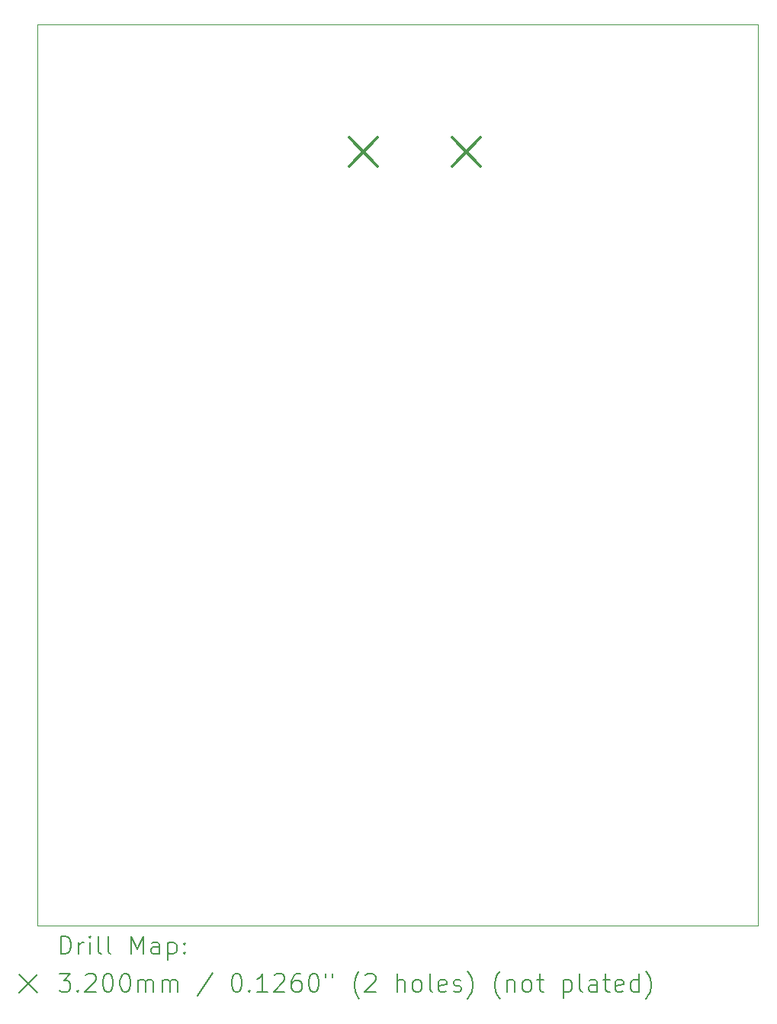
<source format=gbr>
%TF.GenerationSoftware,KiCad,Pcbnew,8.0.1*%
%TF.CreationDate,2024-11-17T22:06:19-05:00*%
%TF.ProjectId,Main_4layer,4d61696e-5f34-46c6-9179-65722e6b6963,0*%
%TF.SameCoordinates,Original*%
%TF.FileFunction,Drillmap*%
%TF.FilePolarity,Positive*%
%FSLAX45Y45*%
G04 Gerber Fmt 4.5, Leading zero omitted, Abs format (unit mm)*
G04 Created by KiCad (PCBNEW 8.0.1) date 2024-11-17 22:06:19*
%MOMM*%
%LPD*%
G01*
G04 APERTURE LIST*
%ADD10C,0.050000*%
%ADD11C,0.200000*%
%ADD12C,0.320000*%
G04 APERTURE END LIST*
D10*
X11282000Y-4517000D02*
X19282000Y-4517000D01*
X19282000Y-14517000D01*
X11282000Y-14517000D01*
X11282000Y-4517000D01*
D11*
D12*
X14739000Y-5770000D02*
X15059000Y-6090000D01*
X15059000Y-5770000D02*
X14739000Y-6090000D01*
X15882000Y-5770000D02*
X16202000Y-6090000D01*
X16202000Y-5770000D02*
X15882000Y-6090000D01*
D11*
X11540277Y-14830984D02*
X11540277Y-14630984D01*
X11540277Y-14630984D02*
X11587896Y-14630984D01*
X11587896Y-14630984D02*
X11616467Y-14640508D01*
X11616467Y-14640508D02*
X11635515Y-14659555D01*
X11635515Y-14659555D02*
X11645039Y-14678603D01*
X11645039Y-14678603D02*
X11654562Y-14716698D01*
X11654562Y-14716698D02*
X11654562Y-14745269D01*
X11654562Y-14745269D02*
X11645039Y-14783365D01*
X11645039Y-14783365D02*
X11635515Y-14802412D01*
X11635515Y-14802412D02*
X11616467Y-14821460D01*
X11616467Y-14821460D02*
X11587896Y-14830984D01*
X11587896Y-14830984D02*
X11540277Y-14830984D01*
X11740277Y-14830984D02*
X11740277Y-14697650D01*
X11740277Y-14735746D02*
X11749801Y-14716698D01*
X11749801Y-14716698D02*
X11759324Y-14707174D01*
X11759324Y-14707174D02*
X11778372Y-14697650D01*
X11778372Y-14697650D02*
X11797420Y-14697650D01*
X11864086Y-14830984D02*
X11864086Y-14697650D01*
X11864086Y-14630984D02*
X11854562Y-14640508D01*
X11854562Y-14640508D02*
X11864086Y-14650031D01*
X11864086Y-14650031D02*
X11873610Y-14640508D01*
X11873610Y-14640508D02*
X11864086Y-14630984D01*
X11864086Y-14630984D02*
X11864086Y-14650031D01*
X11987896Y-14830984D02*
X11968848Y-14821460D01*
X11968848Y-14821460D02*
X11959324Y-14802412D01*
X11959324Y-14802412D02*
X11959324Y-14630984D01*
X12092658Y-14830984D02*
X12073610Y-14821460D01*
X12073610Y-14821460D02*
X12064086Y-14802412D01*
X12064086Y-14802412D02*
X12064086Y-14630984D01*
X12321229Y-14830984D02*
X12321229Y-14630984D01*
X12321229Y-14630984D02*
X12387896Y-14773841D01*
X12387896Y-14773841D02*
X12454562Y-14630984D01*
X12454562Y-14630984D02*
X12454562Y-14830984D01*
X12635515Y-14830984D02*
X12635515Y-14726222D01*
X12635515Y-14726222D02*
X12625991Y-14707174D01*
X12625991Y-14707174D02*
X12606943Y-14697650D01*
X12606943Y-14697650D02*
X12568848Y-14697650D01*
X12568848Y-14697650D02*
X12549801Y-14707174D01*
X12635515Y-14821460D02*
X12616467Y-14830984D01*
X12616467Y-14830984D02*
X12568848Y-14830984D01*
X12568848Y-14830984D02*
X12549801Y-14821460D01*
X12549801Y-14821460D02*
X12540277Y-14802412D01*
X12540277Y-14802412D02*
X12540277Y-14783365D01*
X12540277Y-14783365D02*
X12549801Y-14764317D01*
X12549801Y-14764317D02*
X12568848Y-14754793D01*
X12568848Y-14754793D02*
X12616467Y-14754793D01*
X12616467Y-14754793D02*
X12635515Y-14745269D01*
X12730753Y-14697650D02*
X12730753Y-14897650D01*
X12730753Y-14707174D02*
X12749801Y-14697650D01*
X12749801Y-14697650D02*
X12787896Y-14697650D01*
X12787896Y-14697650D02*
X12806943Y-14707174D01*
X12806943Y-14707174D02*
X12816467Y-14716698D01*
X12816467Y-14716698D02*
X12825991Y-14735746D01*
X12825991Y-14735746D02*
X12825991Y-14792888D01*
X12825991Y-14792888D02*
X12816467Y-14811936D01*
X12816467Y-14811936D02*
X12806943Y-14821460D01*
X12806943Y-14821460D02*
X12787896Y-14830984D01*
X12787896Y-14830984D02*
X12749801Y-14830984D01*
X12749801Y-14830984D02*
X12730753Y-14821460D01*
X12911705Y-14811936D02*
X12921229Y-14821460D01*
X12921229Y-14821460D02*
X12911705Y-14830984D01*
X12911705Y-14830984D02*
X12902182Y-14821460D01*
X12902182Y-14821460D02*
X12911705Y-14811936D01*
X12911705Y-14811936D02*
X12911705Y-14830984D01*
X12911705Y-14707174D02*
X12921229Y-14716698D01*
X12921229Y-14716698D02*
X12911705Y-14726222D01*
X12911705Y-14726222D02*
X12902182Y-14716698D01*
X12902182Y-14716698D02*
X12911705Y-14707174D01*
X12911705Y-14707174D02*
X12911705Y-14726222D01*
X11079500Y-15059500D02*
X11279500Y-15259500D01*
X11279500Y-15059500D02*
X11079500Y-15259500D01*
X11521229Y-15050984D02*
X11645039Y-15050984D01*
X11645039Y-15050984D02*
X11578372Y-15127174D01*
X11578372Y-15127174D02*
X11606943Y-15127174D01*
X11606943Y-15127174D02*
X11625991Y-15136698D01*
X11625991Y-15136698D02*
X11635515Y-15146222D01*
X11635515Y-15146222D02*
X11645039Y-15165269D01*
X11645039Y-15165269D02*
X11645039Y-15212888D01*
X11645039Y-15212888D02*
X11635515Y-15231936D01*
X11635515Y-15231936D02*
X11625991Y-15241460D01*
X11625991Y-15241460D02*
X11606943Y-15250984D01*
X11606943Y-15250984D02*
X11549801Y-15250984D01*
X11549801Y-15250984D02*
X11530753Y-15241460D01*
X11530753Y-15241460D02*
X11521229Y-15231936D01*
X11730753Y-15231936D02*
X11740277Y-15241460D01*
X11740277Y-15241460D02*
X11730753Y-15250984D01*
X11730753Y-15250984D02*
X11721229Y-15241460D01*
X11721229Y-15241460D02*
X11730753Y-15231936D01*
X11730753Y-15231936D02*
X11730753Y-15250984D01*
X11816467Y-15070031D02*
X11825991Y-15060508D01*
X11825991Y-15060508D02*
X11845039Y-15050984D01*
X11845039Y-15050984D02*
X11892658Y-15050984D01*
X11892658Y-15050984D02*
X11911705Y-15060508D01*
X11911705Y-15060508D02*
X11921229Y-15070031D01*
X11921229Y-15070031D02*
X11930753Y-15089079D01*
X11930753Y-15089079D02*
X11930753Y-15108127D01*
X11930753Y-15108127D02*
X11921229Y-15136698D01*
X11921229Y-15136698D02*
X11806943Y-15250984D01*
X11806943Y-15250984D02*
X11930753Y-15250984D01*
X12054562Y-15050984D02*
X12073610Y-15050984D01*
X12073610Y-15050984D02*
X12092658Y-15060508D01*
X12092658Y-15060508D02*
X12102182Y-15070031D01*
X12102182Y-15070031D02*
X12111705Y-15089079D01*
X12111705Y-15089079D02*
X12121229Y-15127174D01*
X12121229Y-15127174D02*
X12121229Y-15174793D01*
X12121229Y-15174793D02*
X12111705Y-15212888D01*
X12111705Y-15212888D02*
X12102182Y-15231936D01*
X12102182Y-15231936D02*
X12092658Y-15241460D01*
X12092658Y-15241460D02*
X12073610Y-15250984D01*
X12073610Y-15250984D02*
X12054562Y-15250984D01*
X12054562Y-15250984D02*
X12035515Y-15241460D01*
X12035515Y-15241460D02*
X12025991Y-15231936D01*
X12025991Y-15231936D02*
X12016467Y-15212888D01*
X12016467Y-15212888D02*
X12006943Y-15174793D01*
X12006943Y-15174793D02*
X12006943Y-15127174D01*
X12006943Y-15127174D02*
X12016467Y-15089079D01*
X12016467Y-15089079D02*
X12025991Y-15070031D01*
X12025991Y-15070031D02*
X12035515Y-15060508D01*
X12035515Y-15060508D02*
X12054562Y-15050984D01*
X12245039Y-15050984D02*
X12264086Y-15050984D01*
X12264086Y-15050984D02*
X12283134Y-15060508D01*
X12283134Y-15060508D02*
X12292658Y-15070031D01*
X12292658Y-15070031D02*
X12302182Y-15089079D01*
X12302182Y-15089079D02*
X12311705Y-15127174D01*
X12311705Y-15127174D02*
X12311705Y-15174793D01*
X12311705Y-15174793D02*
X12302182Y-15212888D01*
X12302182Y-15212888D02*
X12292658Y-15231936D01*
X12292658Y-15231936D02*
X12283134Y-15241460D01*
X12283134Y-15241460D02*
X12264086Y-15250984D01*
X12264086Y-15250984D02*
X12245039Y-15250984D01*
X12245039Y-15250984D02*
X12225991Y-15241460D01*
X12225991Y-15241460D02*
X12216467Y-15231936D01*
X12216467Y-15231936D02*
X12206943Y-15212888D01*
X12206943Y-15212888D02*
X12197420Y-15174793D01*
X12197420Y-15174793D02*
X12197420Y-15127174D01*
X12197420Y-15127174D02*
X12206943Y-15089079D01*
X12206943Y-15089079D02*
X12216467Y-15070031D01*
X12216467Y-15070031D02*
X12225991Y-15060508D01*
X12225991Y-15060508D02*
X12245039Y-15050984D01*
X12397420Y-15250984D02*
X12397420Y-15117650D01*
X12397420Y-15136698D02*
X12406943Y-15127174D01*
X12406943Y-15127174D02*
X12425991Y-15117650D01*
X12425991Y-15117650D02*
X12454563Y-15117650D01*
X12454563Y-15117650D02*
X12473610Y-15127174D01*
X12473610Y-15127174D02*
X12483134Y-15146222D01*
X12483134Y-15146222D02*
X12483134Y-15250984D01*
X12483134Y-15146222D02*
X12492658Y-15127174D01*
X12492658Y-15127174D02*
X12511705Y-15117650D01*
X12511705Y-15117650D02*
X12540277Y-15117650D01*
X12540277Y-15117650D02*
X12559324Y-15127174D01*
X12559324Y-15127174D02*
X12568848Y-15146222D01*
X12568848Y-15146222D02*
X12568848Y-15250984D01*
X12664086Y-15250984D02*
X12664086Y-15117650D01*
X12664086Y-15136698D02*
X12673610Y-15127174D01*
X12673610Y-15127174D02*
X12692658Y-15117650D01*
X12692658Y-15117650D02*
X12721229Y-15117650D01*
X12721229Y-15117650D02*
X12740277Y-15127174D01*
X12740277Y-15127174D02*
X12749801Y-15146222D01*
X12749801Y-15146222D02*
X12749801Y-15250984D01*
X12749801Y-15146222D02*
X12759324Y-15127174D01*
X12759324Y-15127174D02*
X12778372Y-15117650D01*
X12778372Y-15117650D02*
X12806943Y-15117650D01*
X12806943Y-15117650D02*
X12825991Y-15127174D01*
X12825991Y-15127174D02*
X12835515Y-15146222D01*
X12835515Y-15146222D02*
X12835515Y-15250984D01*
X13225991Y-15041460D02*
X13054563Y-15298603D01*
X13483134Y-15050984D02*
X13502182Y-15050984D01*
X13502182Y-15050984D02*
X13521229Y-15060508D01*
X13521229Y-15060508D02*
X13530753Y-15070031D01*
X13530753Y-15070031D02*
X13540277Y-15089079D01*
X13540277Y-15089079D02*
X13549801Y-15127174D01*
X13549801Y-15127174D02*
X13549801Y-15174793D01*
X13549801Y-15174793D02*
X13540277Y-15212888D01*
X13540277Y-15212888D02*
X13530753Y-15231936D01*
X13530753Y-15231936D02*
X13521229Y-15241460D01*
X13521229Y-15241460D02*
X13502182Y-15250984D01*
X13502182Y-15250984D02*
X13483134Y-15250984D01*
X13483134Y-15250984D02*
X13464086Y-15241460D01*
X13464086Y-15241460D02*
X13454563Y-15231936D01*
X13454563Y-15231936D02*
X13445039Y-15212888D01*
X13445039Y-15212888D02*
X13435515Y-15174793D01*
X13435515Y-15174793D02*
X13435515Y-15127174D01*
X13435515Y-15127174D02*
X13445039Y-15089079D01*
X13445039Y-15089079D02*
X13454563Y-15070031D01*
X13454563Y-15070031D02*
X13464086Y-15060508D01*
X13464086Y-15060508D02*
X13483134Y-15050984D01*
X13635515Y-15231936D02*
X13645039Y-15241460D01*
X13645039Y-15241460D02*
X13635515Y-15250984D01*
X13635515Y-15250984D02*
X13625991Y-15241460D01*
X13625991Y-15241460D02*
X13635515Y-15231936D01*
X13635515Y-15231936D02*
X13635515Y-15250984D01*
X13835515Y-15250984D02*
X13721229Y-15250984D01*
X13778372Y-15250984D02*
X13778372Y-15050984D01*
X13778372Y-15050984D02*
X13759325Y-15079555D01*
X13759325Y-15079555D02*
X13740277Y-15098603D01*
X13740277Y-15098603D02*
X13721229Y-15108127D01*
X13911706Y-15070031D02*
X13921229Y-15060508D01*
X13921229Y-15060508D02*
X13940277Y-15050984D01*
X13940277Y-15050984D02*
X13987896Y-15050984D01*
X13987896Y-15050984D02*
X14006944Y-15060508D01*
X14006944Y-15060508D02*
X14016467Y-15070031D01*
X14016467Y-15070031D02*
X14025991Y-15089079D01*
X14025991Y-15089079D02*
X14025991Y-15108127D01*
X14025991Y-15108127D02*
X14016467Y-15136698D01*
X14016467Y-15136698D02*
X13902182Y-15250984D01*
X13902182Y-15250984D02*
X14025991Y-15250984D01*
X14197420Y-15050984D02*
X14159325Y-15050984D01*
X14159325Y-15050984D02*
X14140277Y-15060508D01*
X14140277Y-15060508D02*
X14130753Y-15070031D01*
X14130753Y-15070031D02*
X14111706Y-15098603D01*
X14111706Y-15098603D02*
X14102182Y-15136698D01*
X14102182Y-15136698D02*
X14102182Y-15212888D01*
X14102182Y-15212888D02*
X14111706Y-15231936D01*
X14111706Y-15231936D02*
X14121229Y-15241460D01*
X14121229Y-15241460D02*
X14140277Y-15250984D01*
X14140277Y-15250984D02*
X14178372Y-15250984D01*
X14178372Y-15250984D02*
X14197420Y-15241460D01*
X14197420Y-15241460D02*
X14206944Y-15231936D01*
X14206944Y-15231936D02*
X14216467Y-15212888D01*
X14216467Y-15212888D02*
X14216467Y-15165269D01*
X14216467Y-15165269D02*
X14206944Y-15146222D01*
X14206944Y-15146222D02*
X14197420Y-15136698D01*
X14197420Y-15136698D02*
X14178372Y-15127174D01*
X14178372Y-15127174D02*
X14140277Y-15127174D01*
X14140277Y-15127174D02*
X14121229Y-15136698D01*
X14121229Y-15136698D02*
X14111706Y-15146222D01*
X14111706Y-15146222D02*
X14102182Y-15165269D01*
X14340277Y-15050984D02*
X14359325Y-15050984D01*
X14359325Y-15050984D02*
X14378372Y-15060508D01*
X14378372Y-15060508D02*
X14387896Y-15070031D01*
X14387896Y-15070031D02*
X14397420Y-15089079D01*
X14397420Y-15089079D02*
X14406944Y-15127174D01*
X14406944Y-15127174D02*
X14406944Y-15174793D01*
X14406944Y-15174793D02*
X14397420Y-15212888D01*
X14397420Y-15212888D02*
X14387896Y-15231936D01*
X14387896Y-15231936D02*
X14378372Y-15241460D01*
X14378372Y-15241460D02*
X14359325Y-15250984D01*
X14359325Y-15250984D02*
X14340277Y-15250984D01*
X14340277Y-15250984D02*
X14321229Y-15241460D01*
X14321229Y-15241460D02*
X14311706Y-15231936D01*
X14311706Y-15231936D02*
X14302182Y-15212888D01*
X14302182Y-15212888D02*
X14292658Y-15174793D01*
X14292658Y-15174793D02*
X14292658Y-15127174D01*
X14292658Y-15127174D02*
X14302182Y-15089079D01*
X14302182Y-15089079D02*
X14311706Y-15070031D01*
X14311706Y-15070031D02*
X14321229Y-15060508D01*
X14321229Y-15060508D02*
X14340277Y-15050984D01*
X14483134Y-15050984D02*
X14483134Y-15089079D01*
X14559325Y-15050984D02*
X14559325Y-15089079D01*
X14854563Y-15327174D02*
X14845039Y-15317650D01*
X14845039Y-15317650D02*
X14825991Y-15289079D01*
X14825991Y-15289079D02*
X14816468Y-15270031D01*
X14816468Y-15270031D02*
X14806944Y-15241460D01*
X14806944Y-15241460D02*
X14797420Y-15193841D01*
X14797420Y-15193841D02*
X14797420Y-15155746D01*
X14797420Y-15155746D02*
X14806944Y-15108127D01*
X14806944Y-15108127D02*
X14816468Y-15079555D01*
X14816468Y-15079555D02*
X14825991Y-15060508D01*
X14825991Y-15060508D02*
X14845039Y-15031936D01*
X14845039Y-15031936D02*
X14854563Y-15022412D01*
X14921229Y-15070031D02*
X14930753Y-15060508D01*
X14930753Y-15060508D02*
X14949801Y-15050984D01*
X14949801Y-15050984D02*
X14997420Y-15050984D01*
X14997420Y-15050984D02*
X15016468Y-15060508D01*
X15016468Y-15060508D02*
X15025991Y-15070031D01*
X15025991Y-15070031D02*
X15035515Y-15089079D01*
X15035515Y-15089079D02*
X15035515Y-15108127D01*
X15035515Y-15108127D02*
X15025991Y-15136698D01*
X15025991Y-15136698D02*
X14911706Y-15250984D01*
X14911706Y-15250984D02*
X15035515Y-15250984D01*
X15273610Y-15250984D02*
X15273610Y-15050984D01*
X15359325Y-15250984D02*
X15359325Y-15146222D01*
X15359325Y-15146222D02*
X15349801Y-15127174D01*
X15349801Y-15127174D02*
X15330753Y-15117650D01*
X15330753Y-15117650D02*
X15302182Y-15117650D01*
X15302182Y-15117650D02*
X15283134Y-15127174D01*
X15283134Y-15127174D02*
X15273610Y-15136698D01*
X15483134Y-15250984D02*
X15464087Y-15241460D01*
X15464087Y-15241460D02*
X15454563Y-15231936D01*
X15454563Y-15231936D02*
X15445039Y-15212888D01*
X15445039Y-15212888D02*
X15445039Y-15155746D01*
X15445039Y-15155746D02*
X15454563Y-15136698D01*
X15454563Y-15136698D02*
X15464087Y-15127174D01*
X15464087Y-15127174D02*
X15483134Y-15117650D01*
X15483134Y-15117650D02*
X15511706Y-15117650D01*
X15511706Y-15117650D02*
X15530753Y-15127174D01*
X15530753Y-15127174D02*
X15540277Y-15136698D01*
X15540277Y-15136698D02*
X15549801Y-15155746D01*
X15549801Y-15155746D02*
X15549801Y-15212888D01*
X15549801Y-15212888D02*
X15540277Y-15231936D01*
X15540277Y-15231936D02*
X15530753Y-15241460D01*
X15530753Y-15241460D02*
X15511706Y-15250984D01*
X15511706Y-15250984D02*
X15483134Y-15250984D01*
X15664087Y-15250984D02*
X15645039Y-15241460D01*
X15645039Y-15241460D02*
X15635515Y-15222412D01*
X15635515Y-15222412D02*
X15635515Y-15050984D01*
X15816468Y-15241460D02*
X15797420Y-15250984D01*
X15797420Y-15250984D02*
X15759325Y-15250984D01*
X15759325Y-15250984D02*
X15740277Y-15241460D01*
X15740277Y-15241460D02*
X15730753Y-15222412D01*
X15730753Y-15222412D02*
X15730753Y-15146222D01*
X15730753Y-15146222D02*
X15740277Y-15127174D01*
X15740277Y-15127174D02*
X15759325Y-15117650D01*
X15759325Y-15117650D02*
X15797420Y-15117650D01*
X15797420Y-15117650D02*
X15816468Y-15127174D01*
X15816468Y-15127174D02*
X15825991Y-15146222D01*
X15825991Y-15146222D02*
X15825991Y-15165269D01*
X15825991Y-15165269D02*
X15730753Y-15184317D01*
X15902182Y-15241460D02*
X15921230Y-15250984D01*
X15921230Y-15250984D02*
X15959325Y-15250984D01*
X15959325Y-15250984D02*
X15978372Y-15241460D01*
X15978372Y-15241460D02*
X15987896Y-15222412D01*
X15987896Y-15222412D02*
X15987896Y-15212888D01*
X15987896Y-15212888D02*
X15978372Y-15193841D01*
X15978372Y-15193841D02*
X15959325Y-15184317D01*
X15959325Y-15184317D02*
X15930753Y-15184317D01*
X15930753Y-15184317D02*
X15911706Y-15174793D01*
X15911706Y-15174793D02*
X15902182Y-15155746D01*
X15902182Y-15155746D02*
X15902182Y-15146222D01*
X15902182Y-15146222D02*
X15911706Y-15127174D01*
X15911706Y-15127174D02*
X15930753Y-15117650D01*
X15930753Y-15117650D02*
X15959325Y-15117650D01*
X15959325Y-15117650D02*
X15978372Y-15127174D01*
X16054563Y-15327174D02*
X16064087Y-15317650D01*
X16064087Y-15317650D02*
X16083134Y-15289079D01*
X16083134Y-15289079D02*
X16092658Y-15270031D01*
X16092658Y-15270031D02*
X16102182Y-15241460D01*
X16102182Y-15241460D02*
X16111706Y-15193841D01*
X16111706Y-15193841D02*
X16111706Y-15155746D01*
X16111706Y-15155746D02*
X16102182Y-15108127D01*
X16102182Y-15108127D02*
X16092658Y-15079555D01*
X16092658Y-15079555D02*
X16083134Y-15060508D01*
X16083134Y-15060508D02*
X16064087Y-15031936D01*
X16064087Y-15031936D02*
X16054563Y-15022412D01*
X16416468Y-15327174D02*
X16406944Y-15317650D01*
X16406944Y-15317650D02*
X16387896Y-15289079D01*
X16387896Y-15289079D02*
X16378372Y-15270031D01*
X16378372Y-15270031D02*
X16368849Y-15241460D01*
X16368849Y-15241460D02*
X16359325Y-15193841D01*
X16359325Y-15193841D02*
X16359325Y-15155746D01*
X16359325Y-15155746D02*
X16368849Y-15108127D01*
X16368849Y-15108127D02*
X16378372Y-15079555D01*
X16378372Y-15079555D02*
X16387896Y-15060508D01*
X16387896Y-15060508D02*
X16406944Y-15031936D01*
X16406944Y-15031936D02*
X16416468Y-15022412D01*
X16492658Y-15117650D02*
X16492658Y-15250984D01*
X16492658Y-15136698D02*
X16502182Y-15127174D01*
X16502182Y-15127174D02*
X16521230Y-15117650D01*
X16521230Y-15117650D02*
X16549801Y-15117650D01*
X16549801Y-15117650D02*
X16568849Y-15127174D01*
X16568849Y-15127174D02*
X16578372Y-15146222D01*
X16578372Y-15146222D02*
X16578372Y-15250984D01*
X16702182Y-15250984D02*
X16683134Y-15241460D01*
X16683134Y-15241460D02*
X16673611Y-15231936D01*
X16673611Y-15231936D02*
X16664087Y-15212888D01*
X16664087Y-15212888D02*
X16664087Y-15155746D01*
X16664087Y-15155746D02*
X16673611Y-15136698D01*
X16673611Y-15136698D02*
X16683134Y-15127174D01*
X16683134Y-15127174D02*
X16702182Y-15117650D01*
X16702182Y-15117650D02*
X16730753Y-15117650D01*
X16730753Y-15117650D02*
X16749801Y-15127174D01*
X16749801Y-15127174D02*
X16759325Y-15136698D01*
X16759325Y-15136698D02*
X16768849Y-15155746D01*
X16768849Y-15155746D02*
X16768849Y-15212888D01*
X16768849Y-15212888D02*
X16759325Y-15231936D01*
X16759325Y-15231936D02*
X16749801Y-15241460D01*
X16749801Y-15241460D02*
X16730753Y-15250984D01*
X16730753Y-15250984D02*
X16702182Y-15250984D01*
X16825992Y-15117650D02*
X16902182Y-15117650D01*
X16854563Y-15050984D02*
X16854563Y-15222412D01*
X16854563Y-15222412D02*
X16864087Y-15241460D01*
X16864087Y-15241460D02*
X16883134Y-15250984D01*
X16883134Y-15250984D02*
X16902182Y-15250984D01*
X17121230Y-15117650D02*
X17121230Y-15317650D01*
X17121230Y-15127174D02*
X17140277Y-15117650D01*
X17140277Y-15117650D02*
X17178373Y-15117650D01*
X17178373Y-15117650D02*
X17197420Y-15127174D01*
X17197420Y-15127174D02*
X17206944Y-15136698D01*
X17206944Y-15136698D02*
X17216468Y-15155746D01*
X17216468Y-15155746D02*
X17216468Y-15212888D01*
X17216468Y-15212888D02*
X17206944Y-15231936D01*
X17206944Y-15231936D02*
X17197420Y-15241460D01*
X17197420Y-15241460D02*
X17178373Y-15250984D01*
X17178373Y-15250984D02*
X17140277Y-15250984D01*
X17140277Y-15250984D02*
X17121230Y-15241460D01*
X17330754Y-15250984D02*
X17311706Y-15241460D01*
X17311706Y-15241460D02*
X17302182Y-15222412D01*
X17302182Y-15222412D02*
X17302182Y-15050984D01*
X17492658Y-15250984D02*
X17492658Y-15146222D01*
X17492658Y-15146222D02*
X17483135Y-15127174D01*
X17483135Y-15127174D02*
X17464087Y-15117650D01*
X17464087Y-15117650D02*
X17425992Y-15117650D01*
X17425992Y-15117650D02*
X17406944Y-15127174D01*
X17492658Y-15241460D02*
X17473611Y-15250984D01*
X17473611Y-15250984D02*
X17425992Y-15250984D01*
X17425992Y-15250984D02*
X17406944Y-15241460D01*
X17406944Y-15241460D02*
X17397420Y-15222412D01*
X17397420Y-15222412D02*
X17397420Y-15203365D01*
X17397420Y-15203365D02*
X17406944Y-15184317D01*
X17406944Y-15184317D02*
X17425992Y-15174793D01*
X17425992Y-15174793D02*
X17473611Y-15174793D01*
X17473611Y-15174793D02*
X17492658Y-15165269D01*
X17559325Y-15117650D02*
X17635515Y-15117650D01*
X17587896Y-15050984D02*
X17587896Y-15222412D01*
X17587896Y-15222412D02*
X17597420Y-15241460D01*
X17597420Y-15241460D02*
X17616468Y-15250984D01*
X17616468Y-15250984D02*
X17635515Y-15250984D01*
X17778373Y-15241460D02*
X17759325Y-15250984D01*
X17759325Y-15250984D02*
X17721230Y-15250984D01*
X17721230Y-15250984D02*
X17702182Y-15241460D01*
X17702182Y-15241460D02*
X17692658Y-15222412D01*
X17692658Y-15222412D02*
X17692658Y-15146222D01*
X17692658Y-15146222D02*
X17702182Y-15127174D01*
X17702182Y-15127174D02*
X17721230Y-15117650D01*
X17721230Y-15117650D02*
X17759325Y-15117650D01*
X17759325Y-15117650D02*
X17778373Y-15127174D01*
X17778373Y-15127174D02*
X17787896Y-15146222D01*
X17787896Y-15146222D02*
X17787896Y-15165269D01*
X17787896Y-15165269D02*
X17692658Y-15184317D01*
X17959325Y-15250984D02*
X17959325Y-15050984D01*
X17959325Y-15241460D02*
X17940277Y-15250984D01*
X17940277Y-15250984D02*
X17902182Y-15250984D01*
X17902182Y-15250984D02*
X17883135Y-15241460D01*
X17883135Y-15241460D02*
X17873611Y-15231936D01*
X17873611Y-15231936D02*
X17864087Y-15212888D01*
X17864087Y-15212888D02*
X17864087Y-15155746D01*
X17864087Y-15155746D02*
X17873611Y-15136698D01*
X17873611Y-15136698D02*
X17883135Y-15127174D01*
X17883135Y-15127174D02*
X17902182Y-15117650D01*
X17902182Y-15117650D02*
X17940277Y-15117650D01*
X17940277Y-15117650D02*
X17959325Y-15127174D01*
X18035516Y-15327174D02*
X18045039Y-15317650D01*
X18045039Y-15317650D02*
X18064087Y-15289079D01*
X18064087Y-15289079D02*
X18073611Y-15270031D01*
X18073611Y-15270031D02*
X18083135Y-15241460D01*
X18083135Y-15241460D02*
X18092658Y-15193841D01*
X18092658Y-15193841D02*
X18092658Y-15155746D01*
X18092658Y-15155746D02*
X18083135Y-15108127D01*
X18083135Y-15108127D02*
X18073611Y-15079555D01*
X18073611Y-15079555D02*
X18064087Y-15060508D01*
X18064087Y-15060508D02*
X18045039Y-15031936D01*
X18045039Y-15031936D02*
X18035516Y-15022412D01*
M02*

</source>
